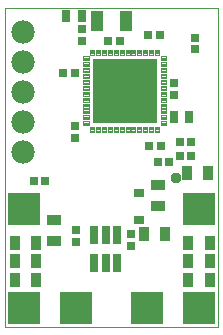
<source format=gbs>
G75*
%MOIN*%
%OFA0B0*%
%FSLAX25Y25*%
%IPPOS*%
%LPD*%
%AMOC8*
5,1,8,0,0,1.08239X$1,22.5*
%
%ADD10C,0.00000*%
%ADD11C,0.00443*%
%ADD12R,0.21654X0.21654*%
%ADD13R,0.02756X0.03150*%
%ADD14R,0.04331X0.07087*%
%ADD15R,0.03150X0.02756*%
%ADD16C,0.07794*%
%ADD17R,0.03150X0.03937*%
%ADD18R,0.11024X0.11024*%
%ADD19C,0.01575*%
%ADD20R,0.03543X0.05118*%
%ADD21R,0.05118X0.03543*%
%ADD22R,0.02717X0.06102*%
%ADD23R,0.03661X0.02874*%
%ADD24OC8,0.03543*%
D10*
X0029368Y0021236D02*
X0029368Y0127535D01*
X0100234Y0127535D01*
X0100234Y0021236D01*
X0029368Y0021236D01*
X0031375Y0023835D02*
X0031377Y0023883D01*
X0031383Y0023931D01*
X0031393Y0023978D01*
X0031406Y0024024D01*
X0031424Y0024069D01*
X0031444Y0024113D01*
X0031469Y0024155D01*
X0031497Y0024194D01*
X0031527Y0024231D01*
X0031561Y0024265D01*
X0031598Y0024297D01*
X0031636Y0024326D01*
X0031677Y0024351D01*
X0031720Y0024373D01*
X0031765Y0024391D01*
X0031811Y0024405D01*
X0031858Y0024416D01*
X0031906Y0024423D01*
X0031954Y0024426D01*
X0032002Y0024425D01*
X0032050Y0024420D01*
X0032098Y0024411D01*
X0032144Y0024399D01*
X0032189Y0024382D01*
X0032233Y0024362D01*
X0032275Y0024339D01*
X0032315Y0024312D01*
X0032353Y0024282D01*
X0032388Y0024249D01*
X0032420Y0024213D01*
X0032450Y0024175D01*
X0032476Y0024134D01*
X0032498Y0024091D01*
X0032518Y0024047D01*
X0032533Y0024002D01*
X0032545Y0023955D01*
X0032553Y0023907D01*
X0032557Y0023859D01*
X0032557Y0023811D01*
X0032553Y0023763D01*
X0032545Y0023715D01*
X0032533Y0023668D01*
X0032518Y0023623D01*
X0032498Y0023579D01*
X0032476Y0023536D01*
X0032450Y0023495D01*
X0032420Y0023457D01*
X0032388Y0023421D01*
X0032353Y0023388D01*
X0032315Y0023358D01*
X0032275Y0023331D01*
X0032233Y0023308D01*
X0032189Y0023288D01*
X0032144Y0023271D01*
X0032098Y0023259D01*
X0032050Y0023250D01*
X0032002Y0023245D01*
X0031954Y0023244D01*
X0031906Y0023247D01*
X0031858Y0023254D01*
X0031811Y0023265D01*
X0031765Y0023279D01*
X0031720Y0023297D01*
X0031677Y0023319D01*
X0031636Y0023344D01*
X0031598Y0023373D01*
X0031561Y0023405D01*
X0031527Y0023439D01*
X0031497Y0023476D01*
X0031469Y0023515D01*
X0031444Y0023557D01*
X0031424Y0023601D01*
X0031406Y0023646D01*
X0031393Y0023692D01*
X0031383Y0023739D01*
X0031377Y0023787D01*
X0031375Y0023835D01*
X0031375Y0031236D02*
X0031377Y0031284D01*
X0031383Y0031332D01*
X0031393Y0031379D01*
X0031406Y0031425D01*
X0031424Y0031470D01*
X0031444Y0031514D01*
X0031469Y0031556D01*
X0031497Y0031595D01*
X0031527Y0031632D01*
X0031561Y0031666D01*
X0031598Y0031698D01*
X0031636Y0031727D01*
X0031677Y0031752D01*
X0031720Y0031774D01*
X0031765Y0031792D01*
X0031811Y0031806D01*
X0031858Y0031817D01*
X0031906Y0031824D01*
X0031954Y0031827D01*
X0032002Y0031826D01*
X0032050Y0031821D01*
X0032098Y0031812D01*
X0032144Y0031800D01*
X0032189Y0031783D01*
X0032233Y0031763D01*
X0032275Y0031740D01*
X0032315Y0031713D01*
X0032353Y0031683D01*
X0032388Y0031650D01*
X0032420Y0031614D01*
X0032450Y0031576D01*
X0032476Y0031535D01*
X0032498Y0031492D01*
X0032518Y0031448D01*
X0032533Y0031403D01*
X0032545Y0031356D01*
X0032553Y0031308D01*
X0032557Y0031260D01*
X0032557Y0031212D01*
X0032553Y0031164D01*
X0032545Y0031116D01*
X0032533Y0031069D01*
X0032518Y0031024D01*
X0032498Y0030980D01*
X0032476Y0030937D01*
X0032450Y0030896D01*
X0032420Y0030858D01*
X0032388Y0030822D01*
X0032353Y0030789D01*
X0032315Y0030759D01*
X0032275Y0030732D01*
X0032233Y0030709D01*
X0032189Y0030689D01*
X0032144Y0030672D01*
X0032098Y0030660D01*
X0032050Y0030651D01*
X0032002Y0030646D01*
X0031954Y0030645D01*
X0031906Y0030648D01*
X0031858Y0030655D01*
X0031811Y0030666D01*
X0031765Y0030680D01*
X0031720Y0030698D01*
X0031677Y0030720D01*
X0031636Y0030745D01*
X0031598Y0030774D01*
X0031561Y0030806D01*
X0031527Y0030840D01*
X0031497Y0030877D01*
X0031469Y0030916D01*
X0031444Y0030958D01*
X0031424Y0031002D01*
X0031406Y0031047D01*
X0031393Y0031093D01*
X0031383Y0031140D01*
X0031377Y0031188D01*
X0031375Y0031236D01*
X0038777Y0031236D02*
X0038779Y0031284D01*
X0038785Y0031332D01*
X0038795Y0031379D01*
X0038808Y0031425D01*
X0038826Y0031470D01*
X0038846Y0031514D01*
X0038871Y0031556D01*
X0038899Y0031595D01*
X0038929Y0031632D01*
X0038963Y0031666D01*
X0039000Y0031698D01*
X0039038Y0031727D01*
X0039079Y0031752D01*
X0039122Y0031774D01*
X0039167Y0031792D01*
X0039213Y0031806D01*
X0039260Y0031817D01*
X0039308Y0031824D01*
X0039356Y0031827D01*
X0039404Y0031826D01*
X0039452Y0031821D01*
X0039500Y0031812D01*
X0039546Y0031800D01*
X0039591Y0031783D01*
X0039635Y0031763D01*
X0039677Y0031740D01*
X0039717Y0031713D01*
X0039755Y0031683D01*
X0039790Y0031650D01*
X0039822Y0031614D01*
X0039852Y0031576D01*
X0039878Y0031535D01*
X0039900Y0031492D01*
X0039920Y0031448D01*
X0039935Y0031403D01*
X0039947Y0031356D01*
X0039955Y0031308D01*
X0039959Y0031260D01*
X0039959Y0031212D01*
X0039955Y0031164D01*
X0039947Y0031116D01*
X0039935Y0031069D01*
X0039920Y0031024D01*
X0039900Y0030980D01*
X0039878Y0030937D01*
X0039852Y0030896D01*
X0039822Y0030858D01*
X0039790Y0030822D01*
X0039755Y0030789D01*
X0039717Y0030759D01*
X0039677Y0030732D01*
X0039635Y0030709D01*
X0039591Y0030689D01*
X0039546Y0030672D01*
X0039500Y0030660D01*
X0039452Y0030651D01*
X0039404Y0030646D01*
X0039356Y0030645D01*
X0039308Y0030648D01*
X0039260Y0030655D01*
X0039213Y0030666D01*
X0039167Y0030680D01*
X0039122Y0030698D01*
X0039079Y0030720D01*
X0039038Y0030745D01*
X0039000Y0030774D01*
X0038963Y0030806D01*
X0038929Y0030840D01*
X0038899Y0030877D01*
X0038871Y0030916D01*
X0038846Y0030958D01*
X0038826Y0031002D01*
X0038808Y0031047D01*
X0038795Y0031093D01*
X0038785Y0031140D01*
X0038779Y0031188D01*
X0038777Y0031236D01*
X0038777Y0023835D02*
X0038779Y0023883D01*
X0038785Y0023931D01*
X0038795Y0023978D01*
X0038808Y0024024D01*
X0038826Y0024069D01*
X0038846Y0024113D01*
X0038871Y0024155D01*
X0038899Y0024194D01*
X0038929Y0024231D01*
X0038963Y0024265D01*
X0039000Y0024297D01*
X0039038Y0024326D01*
X0039079Y0024351D01*
X0039122Y0024373D01*
X0039167Y0024391D01*
X0039213Y0024405D01*
X0039260Y0024416D01*
X0039308Y0024423D01*
X0039356Y0024426D01*
X0039404Y0024425D01*
X0039452Y0024420D01*
X0039500Y0024411D01*
X0039546Y0024399D01*
X0039591Y0024382D01*
X0039635Y0024362D01*
X0039677Y0024339D01*
X0039717Y0024312D01*
X0039755Y0024282D01*
X0039790Y0024249D01*
X0039822Y0024213D01*
X0039852Y0024175D01*
X0039878Y0024134D01*
X0039900Y0024091D01*
X0039920Y0024047D01*
X0039935Y0024002D01*
X0039947Y0023955D01*
X0039955Y0023907D01*
X0039959Y0023859D01*
X0039959Y0023811D01*
X0039955Y0023763D01*
X0039947Y0023715D01*
X0039935Y0023668D01*
X0039920Y0023623D01*
X0039900Y0023579D01*
X0039878Y0023536D01*
X0039852Y0023495D01*
X0039822Y0023457D01*
X0039790Y0023421D01*
X0039755Y0023388D01*
X0039717Y0023358D01*
X0039677Y0023331D01*
X0039635Y0023308D01*
X0039591Y0023288D01*
X0039546Y0023271D01*
X0039500Y0023259D01*
X0039452Y0023250D01*
X0039404Y0023245D01*
X0039356Y0023244D01*
X0039308Y0023247D01*
X0039260Y0023254D01*
X0039213Y0023265D01*
X0039167Y0023279D01*
X0039122Y0023297D01*
X0039079Y0023319D01*
X0039038Y0023344D01*
X0039000Y0023373D01*
X0038963Y0023405D01*
X0038929Y0023439D01*
X0038899Y0023476D01*
X0038871Y0023515D01*
X0038846Y0023557D01*
X0038826Y0023601D01*
X0038808Y0023646D01*
X0038795Y0023692D01*
X0038785Y0023739D01*
X0038779Y0023787D01*
X0038777Y0023835D01*
X0048698Y0023835D02*
X0048700Y0023883D01*
X0048706Y0023931D01*
X0048716Y0023978D01*
X0048729Y0024024D01*
X0048747Y0024069D01*
X0048767Y0024113D01*
X0048792Y0024155D01*
X0048820Y0024194D01*
X0048850Y0024231D01*
X0048884Y0024265D01*
X0048921Y0024297D01*
X0048959Y0024326D01*
X0049000Y0024351D01*
X0049043Y0024373D01*
X0049088Y0024391D01*
X0049134Y0024405D01*
X0049181Y0024416D01*
X0049229Y0024423D01*
X0049277Y0024426D01*
X0049325Y0024425D01*
X0049373Y0024420D01*
X0049421Y0024411D01*
X0049467Y0024399D01*
X0049512Y0024382D01*
X0049556Y0024362D01*
X0049598Y0024339D01*
X0049638Y0024312D01*
X0049676Y0024282D01*
X0049711Y0024249D01*
X0049743Y0024213D01*
X0049773Y0024175D01*
X0049799Y0024134D01*
X0049821Y0024091D01*
X0049841Y0024047D01*
X0049856Y0024002D01*
X0049868Y0023955D01*
X0049876Y0023907D01*
X0049880Y0023859D01*
X0049880Y0023811D01*
X0049876Y0023763D01*
X0049868Y0023715D01*
X0049856Y0023668D01*
X0049841Y0023623D01*
X0049821Y0023579D01*
X0049799Y0023536D01*
X0049773Y0023495D01*
X0049743Y0023457D01*
X0049711Y0023421D01*
X0049676Y0023388D01*
X0049638Y0023358D01*
X0049598Y0023331D01*
X0049556Y0023308D01*
X0049512Y0023288D01*
X0049467Y0023271D01*
X0049421Y0023259D01*
X0049373Y0023250D01*
X0049325Y0023245D01*
X0049277Y0023244D01*
X0049229Y0023247D01*
X0049181Y0023254D01*
X0049134Y0023265D01*
X0049088Y0023279D01*
X0049043Y0023297D01*
X0049000Y0023319D01*
X0048959Y0023344D01*
X0048921Y0023373D01*
X0048884Y0023405D01*
X0048850Y0023439D01*
X0048820Y0023476D01*
X0048792Y0023515D01*
X0048767Y0023557D01*
X0048747Y0023601D01*
X0048729Y0023646D01*
X0048716Y0023692D01*
X0048706Y0023739D01*
X0048700Y0023787D01*
X0048698Y0023835D01*
X0048698Y0031236D02*
X0048700Y0031284D01*
X0048706Y0031332D01*
X0048716Y0031379D01*
X0048729Y0031425D01*
X0048747Y0031470D01*
X0048767Y0031514D01*
X0048792Y0031556D01*
X0048820Y0031595D01*
X0048850Y0031632D01*
X0048884Y0031666D01*
X0048921Y0031698D01*
X0048959Y0031727D01*
X0049000Y0031752D01*
X0049043Y0031774D01*
X0049088Y0031792D01*
X0049134Y0031806D01*
X0049181Y0031817D01*
X0049229Y0031824D01*
X0049277Y0031827D01*
X0049325Y0031826D01*
X0049373Y0031821D01*
X0049421Y0031812D01*
X0049467Y0031800D01*
X0049512Y0031783D01*
X0049556Y0031763D01*
X0049598Y0031740D01*
X0049638Y0031713D01*
X0049676Y0031683D01*
X0049711Y0031650D01*
X0049743Y0031614D01*
X0049773Y0031576D01*
X0049799Y0031535D01*
X0049821Y0031492D01*
X0049841Y0031448D01*
X0049856Y0031403D01*
X0049868Y0031356D01*
X0049876Y0031308D01*
X0049880Y0031260D01*
X0049880Y0031212D01*
X0049876Y0031164D01*
X0049868Y0031116D01*
X0049856Y0031069D01*
X0049841Y0031024D01*
X0049821Y0030980D01*
X0049799Y0030937D01*
X0049773Y0030896D01*
X0049743Y0030858D01*
X0049711Y0030822D01*
X0049676Y0030789D01*
X0049638Y0030759D01*
X0049598Y0030732D01*
X0049556Y0030709D01*
X0049512Y0030689D01*
X0049467Y0030672D01*
X0049421Y0030660D01*
X0049373Y0030651D01*
X0049325Y0030646D01*
X0049277Y0030645D01*
X0049229Y0030648D01*
X0049181Y0030655D01*
X0049134Y0030666D01*
X0049088Y0030680D01*
X0049043Y0030698D01*
X0049000Y0030720D01*
X0048959Y0030745D01*
X0048921Y0030774D01*
X0048884Y0030806D01*
X0048850Y0030840D01*
X0048820Y0030877D01*
X0048792Y0030916D01*
X0048767Y0030958D01*
X0048747Y0031002D01*
X0048729Y0031047D01*
X0048716Y0031093D01*
X0048706Y0031140D01*
X0048700Y0031188D01*
X0048698Y0031236D01*
X0056100Y0031236D02*
X0056102Y0031284D01*
X0056108Y0031332D01*
X0056118Y0031379D01*
X0056131Y0031425D01*
X0056149Y0031470D01*
X0056169Y0031514D01*
X0056194Y0031556D01*
X0056222Y0031595D01*
X0056252Y0031632D01*
X0056286Y0031666D01*
X0056323Y0031698D01*
X0056361Y0031727D01*
X0056402Y0031752D01*
X0056445Y0031774D01*
X0056490Y0031792D01*
X0056536Y0031806D01*
X0056583Y0031817D01*
X0056631Y0031824D01*
X0056679Y0031827D01*
X0056727Y0031826D01*
X0056775Y0031821D01*
X0056823Y0031812D01*
X0056869Y0031800D01*
X0056914Y0031783D01*
X0056958Y0031763D01*
X0057000Y0031740D01*
X0057040Y0031713D01*
X0057078Y0031683D01*
X0057113Y0031650D01*
X0057145Y0031614D01*
X0057175Y0031576D01*
X0057201Y0031535D01*
X0057223Y0031492D01*
X0057243Y0031448D01*
X0057258Y0031403D01*
X0057270Y0031356D01*
X0057278Y0031308D01*
X0057282Y0031260D01*
X0057282Y0031212D01*
X0057278Y0031164D01*
X0057270Y0031116D01*
X0057258Y0031069D01*
X0057243Y0031024D01*
X0057223Y0030980D01*
X0057201Y0030937D01*
X0057175Y0030896D01*
X0057145Y0030858D01*
X0057113Y0030822D01*
X0057078Y0030789D01*
X0057040Y0030759D01*
X0057000Y0030732D01*
X0056958Y0030709D01*
X0056914Y0030689D01*
X0056869Y0030672D01*
X0056823Y0030660D01*
X0056775Y0030651D01*
X0056727Y0030646D01*
X0056679Y0030645D01*
X0056631Y0030648D01*
X0056583Y0030655D01*
X0056536Y0030666D01*
X0056490Y0030680D01*
X0056445Y0030698D01*
X0056402Y0030720D01*
X0056361Y0030745D01*
X0056323Y0030774D01*
X0056286Y0030806D01*
X0056252Y0030840D01*
X0056222Y0030877D01*
X0056194Y0030916D01*
X0056169Y0030958D01*
X0056149Y0031002D01*
X0056131Y0031047D01*
X0056118Y0031093D01*
X0056108Y0031140D01*
X0056102Y0031188D01*
X0056100Y0031236D01*
X0056100Y0023835D02*
X0056102Y0023883D01*
X0056108Y0023931D01*
X0056118Y0023978D01*
X0056131Y0024024D01*
X0056149Y0024069D01*
X0056169Y0024113D01*
X0056194Y0024155D01*
X0056222Y0024194D01*
X0056252Y0024231D01*
X0056286Y0024265D01*
X0056323Y0024297D01*
X0056361Y0024326D01*
X0056402Y0024351D01*
X0056445Y0024373D01*
X0056490Y0024391D01*
X0056536Y0024405D01*
X0056583Y0024416D01*
X0056631Y0024423D01*
X0056679Y0024426D01*
X0056727Y0024425D01*
X0056775Y0024420D01*
X0056823Y0024411D01*
X0056869Y0024399D01*
X0056914Y0024382D01*
X0056958Y0024362D01*
X0057000Y0024339D01*
X0057040Y0024312D01*
X0057078Y0024282D01*
X0057113Y0024249D01*
X0057145Y0024213D01*
X0057175Y0024175D01*
X0057201Y0024134D01*
X0057223Y0024091D01*
X0057243Y0024047D01*
X0057258Y0024002D01*
X0057270Y0023955D01*
X0057278Y0023907D01*
X0057282Y0023859D01*
X0057282Y0023811D01*
X0057278Y0023763D01*
X0057270Y0023715D01*
X0057258Y0023668D01*
X0057243Y0023623D01*
X0057223Y0023579D01*
X0057201Y0023536D01*
X0057175Y0023495D01*
X0057145Y0023457D01*
X0057113Y0023421D01*
X0057078Y0023388D01*
X0057040Y0023358D01*
X0057000Y0023331D01*
X0056958Y0023308D01*
X0056914Y0023288D01*
X0056869Y0023271D01*
X0056823Y0023259D01*
X0056775Y0023250D01*
X0056727Y0023245D01*
X0056679Y0023244D01*
X0056631Y0023247D01*
X0056583Y0023254D01*
X0056536Y0023265D01*
X0056490Y0023279D01*
X0056445Y0023297D01*
X0056402Y0023319D01*
X0056361Y0023344D01*
X0056323Y0023373D01*
X0056286Y0023405D01*
X0056252Y0023439D01*
X0056222Y0023476D01*
X0056194Y0023515D01*
X0056169Y0023557D01*
X0056149Y0023601D01*
X0056131Y0023646D01*
X0056118Y0023692D01*
X0056108Y0023739D01*
X0056102Y0023787D01*
X0056100Y0023835D01*
X0072320Y0023835D02*
X0072322Y0023883D01*
X0072328Y0023931D01*
X0072338Y0023978D01*
X0072351Y0024024D01*
X0072369Y0024069D01*
X0072389Y0024113D01*
X0072414Y0024155D01*
X0072442Y0024194D01*
X0072472Y0024231D01*
X0072506Y0024265D01*
X0072543Y0024297D01*
X0072581Y0024326D01*
X0072622Y0024351D01*
X0072665Y0024373D01*
X0072710Y0024391D01*
X0072756Y0024405D01*
X0072803Y0024416D01*
X0072851Y0024423D01*
X0072899Y0024426D01*
X0072947Y0024425D01*
X0072995Y0024420D01*
X0073043Y0024411D01*
X0073089Y0024399D01*
X0073134Y0024382D01*
X0073178Y0024362D01*
X0073220Y0024339D01*
X0073260Y0024312D01*
X0073298Y0024282D01*
X0073333Y0024249D01*
X0073365Y0024213D01*
X0073395Y0024175D01*
X0073421Y0024134D01*
X0073443Y0024091D01*
X0073463Y0024047D01*
X0073478Y0024002D01*
X0073490Y0023955D01*
X0073498Y0023907D01*
X0073502Y0023859D01*
X0073502Y0023811D01*
X0073498Y0023763D01*
X0073490Y0023715D01*
X0073478Y0023668D01*
X0073463Y0023623D01*
X0073443Y0023579D01*
X0073421Y0023536D01*
X0073395Y0023495D01*
X0073365Y0023457D01*
X0073333Y0023421D01*
X0073298Y0023388D01*
X0073260Y0023358D01*
X0073220Y0023331D01*
X0073178Y0023308D01*
X0073134Y0023288D01*
X0073089Y0023271D01*
X0073043Y0023259D01*
X0072995Y0023250D01*
X0072947Y0023245D01*
X0072899Y0023244D01*
X0072851Y0023247D01*
X0072803Y0023254D01*
X0072756Y0023265D01*
X0072710Y0023279D01*
X0072665Y0023297D01*
X0072622Y0023319D01*
X0072581Y0023344D01*
X0072543Y0023373D01*
X0072506Y0023405D01*
X0072472Y0023439D01*
X0072442Y0023476D01*
X0072414Y0023515D01*
X0072389Y0023557D01*
X0072369Y0023601D01*
X0072351Y0023646D01*
X0072338Y0023692D01*
X0072328Y0023739D01*
X0072322Y0023787D01*
X0072320Y0023835D01*
X0072320Y0031236D02*
X0072322Y0031284D01*
X0072328Y0031332D01*
X0072338Y0031379D01*
X0072351Y0031425D01*
X0072369Y0031470D01*
X0072389Y0031514D01*
X0072414Y0031556D01*
X0072442Y0031595D01*
X0072472Y0031632D01*
X0072506Y0031666D01*
X0072543Y0031698D01*
X0072581Y0031727D01*
X0072622Y0031752D01*
X0072665Y0031774D01*
X0072710Y0031792D01*
X0072756Y0031806D01*
X0072803Y0031817D01*
X0072851Y0031824D01*
X0072899Y0031827D01*
X0072947Y0031826D01*
X0072995Y0031821D01*
X0073043Y0031812D01*
X0073089Y0031800D01*
X0073134Y0031783D01*
X0073178Y0031763D01*
X0073220Y0031740D01*
X0073260Y0031713D01*
X0073298Y0031683D01*
X0073333Y0031650D01*
X0073365Y0031614D01*
X0073395Y0031576D01*
X0073421Y0031535D01*
X0073443Y0031492D01*
X0073463Y0031448D01*
X0073478Y0031403D01*
X0073490Y0031356D01*
X0073498Y0031308D01*
X0073502Y0031260D01*
X0073502Y0031212D01*
X0073498Y0031164D01*
X0073490Y0031116D01*
X0073478Y0031069D01*
X0073463Y0031024D01*
X0073443Y0030980D01*
X0073421Y0030937D01*
X0073395Y0030896D01*
X0073365Y0030858D01*
X0073333Y0030822D01*
X0073298Y0030789D01*
X0073260Y0030759D01*
X0073220Y0030732D01*
X0073178Y0030709D01*
X0073134Y0030689D01*
X0073089Y0030672D01*
X0073043Y0030660D01*
X0072995Y0030651D01*
X0072947Y0030646D01*
X0072899Y0030645D01*
X0072851Y0030648D01*
X0072803Y0030655D01*
X0072756Y0030666D01*
X0072710Y0030680D01*
X0072665Y0030698D01*
X0072622Y0030720D01*
X0072581Y0030745D01*
X0072543Y0030774D01*
X0072506Y0030806D01*
X0072472Y0030840D01*
X0072442Y0030877D01*
X0072414Y0030916D01*
X0072389Y0030958D01*
X0072369Y0031002D01*
X0072351Y0031047D01*
X0072338Y0031093D01*
X0072328Y0031140D01*
X0072322Y0031188D01*
X0072320Y0031236D01*
X0079722Y0031236D02*
X0079724Y0031284D01*
X0079730Y0031332D01*
X0079740Y0031379D01*
X0079753Y0031425D01*
X0079771Y0031470D01*
X0079791Y0031514D01*
X0079816Y0031556D01*
X0079844Y0031595D01*
X0079874Y0031632D01*
X0079908Y0031666D01*
X0079945Y0031698D01*
X0079983Y0031727D01*
X0080024Y0031752D01*
X0080067Y0031774D01*
X0080112Y0031792D01*
X0080158Y0031806D01*
X0080205Y0031817D01*
X0080253Y0031824D01*
X0080301Y0031827D01*
X0080349Y0031826D01*
X0080397Y0031821D01*
X0080445Y0031812D01*
X0080491Y0031800D01*
X0080536Y0031783D01*
X0080580Y0031763D01*
X0080622Y0031740D01*
X0080662Y0031713D01*
X0080700Y0031683D01*
X0080735Y0031650D01*
X0080767Y0031614D01*
X0080797Y0031576D01*
X0080823Y0031535D01*
X0080845Y0031492D01*
X0080865Y0031448D01*
X0080880Y0031403D01*
X0080892Y0031356D01*
X0080900Y0031308D01*
X0080904Y0031260D01*
X0080904Y0031212D01*
X0080900Y0031164D01*
X0080892Y0031116D01*
X0080880Y0031069D01*
X0080865Y0031024D01*
X0080845Y0030980D01*
X0080823Y0030937D01*
X0080797Y0030896D01*
X0080767Y0030858D01*
X0080735Y0030822D01*
X0080700Y0030789D01*
X0080662Y0030759D01*
X0080622Y0030732D01*
X0080580Y0030709D01*
X0080536Y0030689D01*
X0080491Y0030672D01*
X0080445Y0030660D01*
X0080397Y0030651D01*
X0080349Y0030646D01*
X0080301Y0030645D01*
X0080253Y0030648D01*
X0080205Y0030655D01*
X0080158Y0030666D01*
X0080112Y0030680D01*
X0080067Y0030698D01*
X0080024Y0030720D01*
X0079983Y0030745D01*
X0079945Y0030774D01*
X0079908Y0030806D01*
X0079874Y0030840D01*
X0079844Y0030877D01*
X0079816Y0030916D01*
X0079791Y0030958D01*
X0079771Y0031002D01*
X0079753Y0031047D01*
X0079740Y0031093D01*
X0079730Y0031140D01*
X0079724Y0031188D01*
X0079722Y0031236D01*
X0079722Y0023835D02*
X0079724Y0023883D01*
X0079730Y0023931D01*
X0079740Y0023978D01*
X0079753Y0024024D01*
X0079771Y0024069D01*
X0079791Y0024113D01*
X0079816Y0024155D01*
X0079844Y0024194D01*
X0079874Y0024231D01*
X0079908Y0024265D01*
X0079945Y0024297D01*
X0079983Y0024326D01*
X0080024Y0024351D01*
X0080067Y0024373D01*
X0080112Y0024391D01*
X0080158Y0024405D01*
X0080205Y0024416D01*
X0080253Y0024423D01*
X0080301Y0024426D01*
X0080349Y0024425D01*
X0080397Y0024420D01*
X0080445Y0024411D01*
X0080491Y0024399D01*
X0080536Y0024382D01*
X0080580Y0024362D01*
X0080622Y0024339D01*
X0080662Y0024312D01*
X0080700Y0024282D01*
X0080735Y0024249D01*
X0080767Y0024213D01*
X0080797Y0024175D01*
X0080823Y0024134D01*
X0080845Y0024091D01*
X0080865Y0024047D01*
X0080880Y0024002D01*
X0080892Y0023955D01*
X0080900Y0023907D01*
X0080904Y0023859D01*
X0080904Y0023811D01*
X0080900Y0023763D01*
X0080892Y0023715D01*
X0080880Y0023668D01*
X0080865Y0023623D01*
X0080845Y0023579D01*
X0080823Y0023536D01*
X0080797Y0023495D01*
X0080767Y0023457D01*
X0080735Y0023421D01*
X0080700Y0023388D01*
X0080662Y0023358D01*
X0080622Y0023331D01*
X0080580Y0023308D01*
X0080536Y0023288D01*
X0080491Y0023271D01*
X0080445Y0023259D01*
X0080397Y0023250D01*
X0080349Y0023245D01*
X0080301Y0023244D01*
X0080253Y0023247D01*
X0080205Y0023254D01*
X0080158Y0023265D01*
X0080112Y0023279D01*
X0080067Y0023297D01*
X0080024Y0023319D01*
X0079983Y0023344D01*
X0079945Y0023373D01*
X0079908Y0023405D01*
X0079874Y0023439D01*
X0079844Y0023476D01*
X0079816Y0023515D01*
X0079791Y0023557D01*
X0079771Y0023601D01*
X0079753Y0023646D01*
X0079740Y0023692D01*
X0079730Y0023739D01*
X0079724Y0023787D01*
X0079722Y0023835D01*
X0089643Y0023835D02*
X0089645Y0023883D01*
X0089651Y0023931D01*
X0089661Y0023978D01*
X0089674Y0024024D01*
X0089692Y0024069D01*
X0089712Y0024113D01*
X0089737Y0024155D01*
X0089765Y0024194D01*
X0089795Y0024231D01*
X0089829Y0024265D01*
X0089866Y0024297D01*
X0089904Y0024326D01*
X0089945Y0024351D01*
X0089988Y0024373D01*
X0090033Y0024391D01*
X0090079Y0024405D01*
X0090126Y0024416D01*
X0090174Y0024423D01*
X0090222Y0024426D01*
X0090270Y0024425D01*
X0090318Y0024420D01*
X0090366Y0024411D01*
X0090412Y0024399D01*
X0090457Y0024382D01*
X0090501Y0024362D01*
X0090543Y0024339D01*
X0090583Y0024312D01*
X0090621Y0024282D01*
X0090656Y0024249D01*
X0090688Y0024213D01*
X0090718Y0024175D01*
X0090744Y0024134D01*
X0090766Y0024091D01*
X0090786Y0024047D01*
X0090801Y0024002D01*
X0090813Y0023955D01*
X0090821Y0023907D01*
X0090825Y0023859D01*
X0090825Y0023811D01*
X0090821Y0023763D01*
X0090813Y0023715D01*
X0090801Y0023668D01*
X0090786Y0023623D01*
X0090766Y0023579D01*
X0090744Y0023536D01*
X0090718Y0023495D01*
X0090688Y0023457D01*
X0090656Y0023421D01*
X0090621Y0023388D01*
X0090583Y0023358D01*
X0090543Y0023331D01*
X0090501Y0023308D01*
X0090457Y0023288D01*
X0090412Y0023271D01*
X0090366Y0023259D01*
X0090318Y0023250D01*
X0090270Y0023245D01*
X0090222Y0023244D01*
X0090174Y0023247D01*
X0090126Y0023254D01*
X0090079Y0023265D01*
X0090033Y0023279D01*
X0089988Y0023297D01*
X0089945Y0023319D01*
X0089904Y0023344D01*
X0089866Y0023373D01*
X0089829Y0023405D01*
X0089795Y0023439D01*
X0089765Y0023476D01*
X0089737Y0023515D01*
X0089712Y0023557D01*
X0089692Y0023601D01*
X0089674Y0023646D01*
X0089661Y0023692D01*
X0089651Y0023739D01*
X0089645Y0023787D01*
X0089643Y0023835D01*
X0089643Y0031236D02*
X0089645Y0031284D01*
X0089651Y0031332D01*
X0089661Y0031379D01*
X0089674Y0031425D01*
X0089692Y0031470D01*
X0089712Y0031514D01*
X0089737Y0031556D01*
X0089765Y0031595D01*
X0089795Y0031632D01*
X0089829Y0031666D01*
X0089866Y0031698D01*
X0089904Y0031727D01*
X0089945Y0031752D01*
X0089988Y0031774D01*
X0090033Y0031792D01*
X0090079Y0031806D01*
X0090126Y0031817D01*
X0090174Y0031824D01*
X0090222Y0031827D01*
X0090270Y0031826D01*
X0090318Y0031821D01*
X0090366Y0031812D01*
X0090412Y0031800D01*
X0090457Y0031783D01*
X0090501Y0031763D01*
X0090543Y0031740D01*
X0090583Y0031713D01*
X0090621Y0031683D01*
X0090656Y0031650D01*
X0090688Y0031614D01*
X0090718Y0031576D01*
X0090744Y0031535D01*
X0090766Y0031492D01*
X0090786Y0031448D01*
X0090801Y0031403D01*
X0090813Y0031356D01*
X0090821Y0031308D01*
X0090825Y0031260D01*
X0090825Y0031212D01*
X0090821Y0031164D01*
X0090813Y0031116D01*
X0090801Y0031069D01*
X0090786Y0031024D01*
X0090766Y0030980D01*
X0090744Y0030937D01*
X0090718Y0030896D01*
X0090688Y0030858D01*
X0090656Y0030822D01*
X0090621Y0030789D01*
X0090583Y0030759D01*
X0090543Y0030732D01*
X0090501Y0030709D01*
X0090457Y0030689D01*
X0090412Y0030672D01*
X0090366Y0030660D01*
X0090318Y0030651D01*
X0090270Y0030646D01*
X0090222Y0030645D01*
X0090174Y0030648D01*
X0090126Y0030655D01*
X0090079Y0030666D01*
X0090033Y0030680D01*
X0089988Y0030698D01*
X0089945Y0030720D01*
X0089904Y0030745D01*
X0089866Y0030774D01*
X0089829Y0030806D01*
X0089795Y0030840D01*
X0089765Y0030877D01*
X0089737Y0030916D01*
X0089712Y0030958D01*
X0089692Y0031002D01*
X0089674Y0031047D01*
X0089661Y0031093D01*
X0089651Y0031140D01*
X0089645Y0031188D01*
X0089643Y0031236D01*
X0097044Y0031236D02*
X0097046Y0031284D01*
X0097052Y0031332D01*
X0097062Y0031379D01*
X0097075Y0031425D01*
X0097093Y0031470D01*
X0097113Y0031514D01*
X0097138Y0031556D01*
X0097166Y0031595D01*
X0097196Y0031632D01*
X0097230Y0031666D01*
X0097267Y0031698D01*
X0097305Y0031727D01*
X0097346Y0031752D01*
X0097389Y0031774D01*
X0097434Y0031792D01*
X0097480Y0031806D01*
X0097527Y0031817D01*
X0097575Y0031824D01*
X0097623Y0031827D01*
X0097671Y0031826D01*
X0097719Y0031821D01*
X0097767Y0031812D01*
X0097813Y0031800D01*
X0097858Y0031783D01*
X0097902Y0031763D01*
X0097944Y0031740D01*
X0097984Y0031713D01*
X0098022Y0031683D01*
X0098057Y0031650D01*
X0098089Y0031614D01*
X0098119Y0031576D01*
X0098145Y0031535D01*
X0098167Y0031492D01*
X0098187Y0031448D01*
X0098202Y0031403D01*
X0098214Y0031356D01*
X0098222Y0031308D01*
X0098226Y0031260D01*
X0098226Y0031212D01*
X0098222Y0031164D01*
X0098214Y0031116D01*
X0098202Y0031069D01*
X0098187Y0031024D01*
X0098167Y0030980D01*
X0098145Y0030937D01*
X0098119Y0030896D01*
X0098089Y0030858D01*
X0098057Y0030822D01*
X0098022Y0030789D01*
X0097984Y0030759D01*
X0097944Y0030732D01*
X0097902Y0030709D01*
X0097858Y0030689D01*
X0097813Y0030672D01*
X0097767Y0030660D01*
X0097719Y0030651D01*
X0097671Y0030646D01*
X0097623Y0030645D01*
X0097575Y0030648D01*
X0097527Y0030655D01*
X0097480Y0030666D01*
X0097434Y0030680D01*
X0097389Y0030698D01*
X0097346Y0030720D01*
X0097305Y0030745D01*
X0097267Y0030774D01*
X0097230Y0030806D01*
X0097196Y0030840D01*
X0097166Y0030877D01*
X0097138Y0030916D01*
X0097113Y0030958D01*
X0097093Y0031002D01*
X0097075Y0031047D01*
X0097062Y0031093D01*
X0097052Y0031140D01*
X0097046Y0031188D01*
X0097044Y0031236D01*
X0097044Y0023835D02*
X0097046Y0023883D01*
X0097052Y0023931D01*
X0097062Y0023978D01*
X0097075Y0024024D01*
X0097093Y0024069D01*
X0097113Y0024113D01*
X0097138Y0024155D01*
X0097166Y0024194D01*
X0097196Y0024231D01*
X0097230Y0024265D01*
X0097267Y0024297D01*
X0097305Y0024326D01*
X0097346Y0024351D01*
X0097389Y0024373D01*
X0097434Y0024391D01*
X0097480Y0024405D01*
X0097527Y0024416D01*
X0097575Y0024423D01*
X0097623Y0024426D01*
X0097671Y0024425D01*
X0097719Y0024420D01*
X0097767Y0024411D01*
X0097813Y0024399D01*
X0097858Y0024382D01*
X0097902Y0024362D01*
X0097944Y0024339D01*
X0097984Y0024312D01*
X0098022Y0024282D01*
X0098057Y0024249D01*
X0098089Y0024213D01*
X0098119Y0024175D01*
X0098145Y0024134D01*
X0098167Y0024091D01*
X0098187Y0024047D01*
X0098202Y0024002D01*
X0098214Y0023955D01*
X0098222Y0023907D01*
X0098226Y0023859D01*
X0098226Y0023811D01*
X0098222Y0023763D01*
X0098214Y0023715D01*
X0098202Y0023668D01*
X0098187Y0023623D01*
X0098167Y0023579D01*
X0098145Y0023536D01*
X0098119Y0023495D01*
X0098089Y0023457D01*
X0098057Y0023421D01*
X0098022Y0023388D01*
X0097984Y0023358D01*
X0097944Y0023331D01*
X0097902Y0023308D01*
X0097858Y0023288D01*
X0097813Y0023271D01*
X0097767Y0023259D01*
X0097719Y0023250D01*
X0097671Y0023245D01*
X0097623Y0023244D01*
X0097575Y0023247D01*
X0097527Y0023254D01*
X0097480Y0023265D01*
X0097434Y0023279D01*
X0097389Y0023297D01*
X0097346Y0023319D01*
X0097305Y0023344D01*
X0097267Y0023373D01*
X0097230Y0023405D01*
X0097196Y0023439D01*
X0097166Y0023476D01*
X0097138Y0023515D01*
X0097113Y0023557D01*
X0097093Y0023601D01*
X0097075Y0023646D01*
X0097062Y0023692D01*
X0097052Y0023739D01*
X0097046Y0023787D01*
X0097044Y0023835D01*
X0097044Y0056906D02*
X0097046Y0056954D01*
X0097052Y0057002D01*
X0097062Y0057049D01*
X0097075Y0057095D01*
X0097093Y0057140D01*
X0097113Y0057184D01*
X0097138Y0057226D01*
X0097166Y0057265D01*
X0097196Y0057302D01*
X0097230Y0057336D01*
X0097267Y0057368D01*
X0097305Y0057397D01*
X0097346Y0057422D01*
X0097389Y0057444D01*
X0097434Y0057462D01*
X0097480Y0057476D01*
X0097527Y0057487D01*
X0097575Y0057494D01*
X0097623Y0057497D01*
X0097671Y0057496D01*
X0097719Y0057491D01*
X0097767Y0057482D01*
X0097813Y0057470D01*
X0097858Y0057453D01*
X0097902Y0057433D01*
X0097944Y0057410D01*
X0097984Y0057383D01*
X0098022Y0057353D01*
X0098057Y0057320D01*
X0098089Y0057284D01*
X0098119Y0057246D01*
X0098145Y0057205D01*
X0098167Y0057162D01*
X0098187Y0057118D01*
X0098202Y0057073D01*
X0098214Y0057026D01*
X0098222Y0056978D01*
X0098226Y0056930D01*
X0098226Y0056882D01*
X0098222Y0056834D01*
X0098214Y0056786D01*
X0098202Y0056739D01*
X0098187Y0056694D01*
X0098167Y0056650D01*
X0098145Y0056607D01*
X0098119Y0056566D01*
X0098089Y0056528D01*
X0098057Y0056492D01*
X0098022Y0056459D01*
X0097984Y0056429D01*
X0097944Y0056402D01*
X0097902Y0056379D01*
X0097858Y0056359D01*
X0097813Y0056342D01*
X0097767Y0056330D01*
X0097719Y0056321D01*
X0097671Y0056316D01*
X0097623Y0056315D01*
X0097575Y0056318D01*
X0097527Y0056325D01*
X0097480Y0056336D01*
X0097434Y0056350D01*
X0097389Y0056368D01*
X0097346Y0056390D01*
X0097305Y0056415D01*
X0097267Y0056444D01*
X0097230Y0056476D01*
X0097196Y0056510D01*
X0097166Y0056547D01*
X0097138Y0056586D01*
X0097113Y0056628D01*
X0097093Y0056672D01*
X0097075Y0056717D01*
X0097062Y0056763D01*
X0097052Y0056810D01*
X0097046Y0056858D01*
X0097044Y0056906D01*
X0097044Y0064307D02*
X0097046Y0064355D01*
X0097052Y0064403D01*
X0097062Y0064450D01*
X0097075Y0064496D01*
X0097093Y0064541D01*
X0097113Y0064585D01*
X0097138Y0064627D01*
X0097166Y0064666D01*
X0097196Y0064703D01*
X0097230Y0064737D01*
X0097267Y0064769D01*
X0097305Y0064798D01*
X0097346Y0064823D01*
X0097389Y0064845D01*
X0097434Y0064863D01*
X0097480Y0064877D01*
X0097527Y0064888D01*
X0097575Y0064895D01*
X0097623Y0064898D01*
X0097671Y0064897D01*
X0097719Y0064892D01*
X0097767Y0064883D01*
X0097813Y0064871D01*
X0097858Y0064854D01*
X0097902Y0064834D01*
X0097944Y0064811D01*
X0097984Y0064784D01*
X0098022Y0064754D01*
X0098057Y0064721D01*
X0098089Y0064685D01*
X0098119Y0064647D01*
X0098145Y0064606D01*
X0098167Y0064563D01*
X0098187Y0064519D01*
X0098202Y0064474D01*
X0098214Y0064427D01*
X0098222Y0064379D01*
X0098226Y0064331D01*
X0098226Y0064283D01*
X0098222Y0064235D01*
X0098214Y0064187D01*
X0098202Y0064140D01*
X0098187Y0064095D01*
X0098167Y0064051D01*
X0098145Y0064008D01*
X0098119Y0063967D01*
X0098089Y0063929D01*
X0098057Y0063893D01*
X0098022Y0063860D01*
X0097984Y0063830D01*
X0097944Y0063803D01*
X0097902Y0063780D01*
X0097858Y0063760D01*
X0097813Y0063743D01*
X0097767Y0063731D01*
X0097719Y0063722D01*
X0097671Y0063717D01*
X0097623Y0063716D01*
X0097575Y0063719D01*
X0097527Y0063726D01*
X0097480Y0063737D01*
X0097434Y0063751D01*
X0097389Y0063769D01*
X0097346Y0063791D01*
X0097305Y0063816D01*
X0097267Y0063845D01*
X0097230Y0063877D01*
X0097196Y0063911D01*
X0097166Y0063948D01*
X0097138Y0063987D01*
X0097113Y0064029D01*
X0097093Y0064073D01*
X0097075Y0064118D01*
X0097062Y0064164D01*
X0097052Y0064211D01*
X0097046Y0064259D01*
X0097044Y0064307D01*
X0089643Y0064307D02*
X0089645Y0064355D01*
X0089651Y0064403D01*
X0089661Y0064450D01*
X0089674Y0064496D01*
X0089692Y0064541D01*
X0089712Y0064585D01*
X0089737Y0064627D01*
X0089765Y0064666D01*
X0089795Y0064703D01*
X0089829Y0064737D01*
X0089866Y0064769D01*
X0089904Y0064798D01*
X0089945Y0064823D01*
X0089988Y0064845D01*
X0090033Y0064863D01*
X0090079Y0064877D01*
X0090126Y0064888D01*
X0090174Y0064895D01*
X0090222Y0064898D01*
X0090270Y0064897D01*
X0090318Y0064892D01*
X0090366Y0064883D01*
X0090412Y0064871D01*
X0090457Y0064854D01*
X0090501Y0064834D01*
X0090543Y0064811D01*
X0090583Y0064784D01*
X0090621Y0064754D01*
X0090656Y0064721D01*
X0090688Y0064685D01*
X0090718Y0064647D01*
X0090744Y0064606D01*
X0090766Y0064563D01*
X0090786Y0064519D01*
X0090801Y0064474D01*
X0090813Y0064427D01*
X0090821Y0064379D01*
X0090825Y0064331D01*
X0090825Y0064283D01*
X0090821Y0064235D01*
X0090813Y0064187D01*
X0090801Y0064140D01*
X0090786Y0064095D01*
X0090766Y0064051D01*
X0090744Y0064008D01*
X0090718Y0063967D01*
X0090688Y0063929D01*
X0090656Y0063893D01*
X0090621Y0063860D01*
X0090583Y0063830D01*
X0090543Y0063803D01*
X0090501Y0063780D01*
X0090457Y0063760D01*
X0090412Y0063743D01*
X0090366Y0063731D01*
X0090318Y0063722D01*
X0090270Y0063717D01*
X0090222Y0063716D01*
X0090174Y0063719D01*
X0090126Y0063726D01*
X0090079Y0063737D01*
X0090033Y0063751D01*
X0089988Y0063769D01*
X0089945Y0063791D01*
X0089904Y0063816D01*
X0089866Y0063845D01*
X0089829Y0063877D01*
X0089795Y0063911D01*
X0089765Y0063948D01*
X0089737Y0063987D01*
X0089712Y0064029D01*
X0089692Y0064073D01*
X0089674Y0064118D01*
X0089661Y0064164D01*
X0089651Y0064211D01*
X0089645Y0064259D01*
X0089643Y0064307D01*
X0089643Y0056906D02*
X0089645Y0056954D01*
X0089651Y0057002D01*
X0089661Y0057049D01*
X0089674Y0057095D01*
X0089692Y0057140D01*
X0089712Y0057184D01*
X0089737Y0057226D01*
X0089765Y0057265D01*
X0089795Y0057302D01*
X0089829Y0057336D01*
X0089866Y0057368D01*
X0089904Y0057397D01*
X0089945Y0057422D01*
X0089988Y0057444D01*
X0090033Y0057462D01*
X0090079Y0057476D01*
X0090126Y0057487D01*
X0090174Y0057494D01*
X0090222Y0057497D01*
X0090270Y0057496D01*
X0090318Y0057491D01*
X0090366Y0057482D01*
X0090412Y0057470D01*
X0090457Y0057453D01*
X0090501Y0057433D01*
X0090543Y0057410D01*
X0090583Y0057383D01*
X0090621Y0057353D01*
X0090656Y0057320D01*
X0090688Y0057284D01*
X0090718Y0057246D01*
X0090744Y0057205D01*
X0090766Y0057162D01*
X0090786Y0057118D01*
X0090801Y0057073D01*
X0090813Y0057026D01*
X0090821Y0056978D01*
X0090825Y0056930D01*
X0090825Y0056882D01*
X0090821Y0056834D01*
X0090813Y0056786D01*
X0090801Y0056739D01*
X0090786Y0056694D01*
X0090766Y0056650D01*
X0090744Y0056607D01*
X0090718Y0056566D01*
X0090688Y0056528D01*
X0090656Y0056492D01*
X0090621Y0056459D01*
X0090583Y0056429D01*
X0090543Y0056402D01*
X0090501Y0056379D01*
X0090457Y0056359D01*
X0090412Y0056342D01*
X0090366Y0056330D01*
X0090318Y0056321D01*
X0090270Y0056316D01*
X0090222Y0056315D01*
X0090174Y0056318D01*
X0090126Y0056325D01*
X0090079Y0056336D01*
X0090033Y0056350D01*
X0089988Y0056368D01*
X0089945Y0056390D01*
X0089904Y0056415D01*
X0089866Y0056444D01*
X0089829Y0056476D01*
X0089795Y0056510D01*
X0089765Y0056547D01*
X0089737Y0056586D01*
X0089712Y0056628D01*
X0089692Y0056672D01*
X0089674Y0056717D01*
X0089661Y0056763D01*
X0089651Y0056810D01*
X0089645Y0056858D01*
X0089643Y0056906D01*
X0038777Y0056906D02*
X0038779Y0056954D01*
X0038785Y0057002D01*
X0038795Y0057049D01*
X0038808Y0057095D01*
X0038826Y0057140D01*
X0038846Y0057184D01*
X0038871Y0057226D01*
X0038899Y0057265D01*
X0038929Y0057302D01*
X0038963Y0057336D01*
X0039000Y0057368D01*
X0039038Y0057397D01*
X0039079Y0057422D01*
X0039122Y0057444D01*
X0039167Y0057462D01*
X0039213Y0057476D01*
X0039260Y0057487D01*
X0039308Y0057494D01*
X0039356Y0057497D01*
X0039404Y0057496D01*
X0039452Y0057491D01*
X0039500Y0057482D01*
X0039546Y0057470D01*
X0039591Y0057453D01*
X0039635Y0057433D01*
X0039677Y0057410D01*
X0039717Y0057383D01*
X0039755Y0057353D01*
X0039790Y0057320D01*
X0039822Y0057284D01*
X0039852Y0057246D01*
X0039878Y0057205D01*
X0039900Y0057162D01*
X0039920Y0057118D01*
X0039935Y0057073D01*
X0039947Y0057026D01*
X0039955Y0056978D01*
X0039959Y0056930D01*
X0039959Y0056882D01*
X0039955Y0056834D01*
X0039947Y0056786D01*
X0039935Y0056739D01*
X0039920Y0056694D01*
X0039900Y0056650D01*
X0039878Y0056607D01*
X0039852Y0056566D01*
X0039822Y0056528D01*
X0039790Y0056492D01*
X0039755Y0056459D01*
X0039717Y0056429D01*
X0039677Y0056402D01*
X0039635Y0056379D01*
X0039591Y0056359D01*
X0039546Y0056342D01*
X0039500Y0056330D01*
X0039452Y0056321D01*
X0039404Y0056316D01*
X0039356Y0056315D01*
X0039308Y0056318D01*
X0039260Y0056325D01*
X0039213Y0056336D01*
X0039167Y0056350D01*
X0039122Y0056368D01*
X0039079Y0056390D01*
X0039038Y0056415D01*
X0039000Y0056444D01*
X0038963Y0056476D01*
X0038929Y0056510D01*
X0038899Y0056547D01*
X0038871Y0056586D01*
X0038846Y0056628D01*
X0038826Y0056672D01*
X0038808Y0056717D01*
X0038795Y0056763D01*
X0038785Y0056810D01*
X0038779Y0056858D01*
X0038777Y0056906D01*
X0038777Y0064307D02*
X0038779Y0064355D01*
X0038785Y0064403D01*
X0038795Y0064450D01*
X0038808Y0064496D01*
X0038826Y0064541D01*
X0038846Y0064585D01*
X0038871Y0064627D01*
X0038899Y0064666D01*
X0038929Y0064703D01*
X0038963Y0064737D01*
X0039000Y0064769D01*
X0039038Y0064798D01*
X0039079Y0064823D01*
X0039122Y0064845D01*
X0039167Y0064863D01*
X0039213Y0064877D01*
X0039260Y0064888D01*
X0039308Y0064895D01*
X0039356Y0064898D01*
X0039404Y0064897D01*
X0039452Y0064892D01*
X0039500Y0064883D01*
X0039546Y0064871D01*
X0039591Y0064854D01*
X0039635Y0064834D01*
X0039677Y0064811D01*
X0039717Y0064784D01*
X0039755Y0064754D01*
X0039790Y0064721D01*
X0039822Y0064685D01*
X0039852Y0064647D01*
X0039878Y0064606D01*
X0039900Y0064563D01*
X0039920Y0064519D01*
X0039935Y0064474D01*
X0039947Y0064427D01*
X0039955Y0064379D01*
X0039959Y0064331D01*
X0039959Y0064283D01*
X0039955Y0064235D01*
X0039947Y0064187D01*
X0039935Y0064140D01*
X0039920Y0064095D01*
X0039900Y0064051D01*
X0039878Y0064008D01*
X0039852Y0063967D01*
X0039822Y0063929D01*
X0039790Y0063893D01*
X0039755Y0063860D01*
X0039717Y0063830D01*
X0039677Y0063803D01*
X0039635Y0063780D01*
X0039591Y0063760D01*
X0039546Y0063743D01*
X0039500Y0063731D01*
X0039452Y0063722D01*
X0039404Y0063717D01*
X0039356Y0063716D01*
X0039308Y0063719D01*
X0039260Y0063726D01*
X0039213Y0063737D01*
X0039167Y0063751D01*
X0039122Y0063769D01*
X0039079Y0063791D01*
X0039038Y0063816D01*
X0039000Y0063845D01*
X0038963Y0063877D01*
X0038929Y0063911D01*
X0038899Y0063948D01*
X0038871Y0063987D01*
X0038846Y0064029D01*
X0038826Y0064073D01*
X0038808Y0064118D01*
X0038795Y0064164D01*
X0038785Y0064211D01*
X0038779Y0064259D01*
X0038777Y0064307D01*
X0031375Y0064307D02*
X0031377Y0064355D01*
X0031383Y0064403D01*
X0031393Y0064450D01*
X0031406Y0064496D01*
X0031424Y0064541D01*
X0031444Y0064585D01*
X0031469Y0064627D01*
X0031497Y0064666D01*
X0031527Y0064703D01*
X0031561Y0064737D01*
X0031598Y0064769D01*
X0031636Y0064798D01*
X0031677Y0064823D01*
X0031720Y0064845D01*
X0031765Y0064863D01*
X0031811Y0064877D01*
X0031858Y0064888D01*
X0031906Y0064895D01*
X0031954Y0064898D01*
X0032002Y0064897D01*
X0032050Y0064892D01*
X0032098Y0064883D01*
X0032144Y0064871D01*
X0032189Y0064854D01*
X0032233Y0064834D01*
X0032275Y0064811D01*
X0032315Y0064784D01*
X0032353Y0064754D01*
X0032388Y0064721D01*
X0032420Y0064685D01*
X0032450Y0064647D01*
X0032476Y0064606D01*
X0032498Y0064563D01*
X0032518Y0064519D01*
X0032533Y0064474D01*
X0032545Y0064427D01*
X0032553Y0064379D01*
X0032557Y0064331D01*
X0032557Y0064283D01*
X0032553Y0064235D01*
X0032545Y0064187D01*
X0032533Y0064140D01*
X0032518Y0064095D01*
X0032498Y0064051D01*
X0032476Y0064008D01*
X0032450Y0063967D01*
X0032420Y0063929D01*
X0032388Y0063893D01*
X0032353Y0063860D01*
X0032315Y0063830D01*
X0032275Y0063803D01*
X0032233Y0063780D01*
X0032189Y0063760D01*
X0032144Y0063743D01*
X0032098Y0063731D01*
X0032050Y0063722D01*
X0032002Y0063717D01*
X0031954Y0063716D01*
X0031906Y0063719D01*
X0031858Y0063726D01*
X0031811Y0063737D01*
X0031765Y0063751D01*
X0031720Y0063769D01*
X0031677Y0063791D01*
X0031636Y0063816D01*
X0031598Y0063845D01*
X0031561Y0063877D01*
X0031527Y0063911D01*
X0031497Y0063948D01*
X0031469Y0063987D01*
X0031444Y0064029D01*
X0031424Y0064073D01*
X0031406Y0064118D01*
X0031393Y0064164D01*
X0031383Y0064211D01*
X0031377Y0064259D01*
X0031375Y0064307D01*
X0031375Y0056906D02*
X0031377Y0056954D01*
X0031383Y0057002D01*
X0031393Y0057049D01*
X0031406Y0057095D01*
X0031424Y0057140D01*
X0031444Y0057184D01*
X0031469Y0057226D01*
X0031497Y0057265D01*
X0031527Y0057302D01*
X0031561Y0057336D01*
X0031598Y0057368D01*
X0031636Y0057397D01*
X0031677Y0057422D01*
X0031720Y0057444D01*
X0031765Y0057462D01*
X0031811Y0057476D01*
X0031858Y0057487D01*
X0031906Y0057494D01*
X0031954Y0057497D01*
X0032002Y0057496D01*
X0032050Y0057491D01*
X0032098Y0057482D01*
X0032144Y0057470D01*
X0032189Y0057453D01*
X0032233Y0057433D01*
X0032275Y0057410D01*
X0032315Y0057383D01*
X0032353Y0057353D01*
X0032388Y0057320D01*
X0032420Y0057284D01*
X0032450Y0057246D01*
X0032476Y0057205D01*
X0032498Y0057162D01*
X0032518Y0057118D01*
X0032533Y0057073D01*
X0032545Y0057026D01*
X0032553Y0056978D01*
X0032557Y0056930D01*
X0032557Y0056882D01*
X0032553Y0056834D01*
X0032545Y0056786D01*
X0032533Y0056739D01*
X0032518Y0056694D01*
X0032498Y0056650D01*
X0032476Y0056607D01*
X0032450Y0056566D01*
X0032420Y0056528D01*
X0032388Y0056492D01*
X0032353Y0056459D01*
X0032315Y0056429D01*
X0032275Y0056402D01*
X0032233Y0056379D01*
X0032189Y0056359D01*
X0032144Y0056342D01*
X0032098Y0056330D01*
X0032050Y0056321D01*
X0032002Y0056316D01*
X0031954Y0056315D01*
X0031906Y0056318D01*
X0031858Y0056325D01*
X0031811Y0056336D01*
X0031765Y0056350D01*
X0031720Y0056368D01*
X0031677Y0056390D01*
X0031636Y0056415D01*
X0031598Y0056444D01*
X0031561Y0056476D01*
X0031527Y0056510D01*
X0031497Y0056547D01*
X0031469Y0056586D01*
X0031444Y0056628D01*
X0031424Y0056672D01*
X0031406Y0056717D01*
X0031393Y0056763D01*
X0031383Y0056810D01*
X0031377Y0056858D01*
X0031375Y0056906D01*
D11*
X0057640Y0086261D02*
X0057640Y0087983D01*
X0058970Y0087983D01*
X0058970Y0086261D01*
X0057640Y0086261D01*
X0057640Y0086703D02*
X0058970Y0086703D01*
X0058970Y0087145D02*
X0057640Y0087145D01*
X0057640Y0087587D02*
X0058970Y0087587D01*
X0059608Y0087983D02*
X0059608Y0086261D01*
X0059608Y0087983D02*
X0060938Y0087983D01*
X0060938Y0086261D01*
X0059608Y0086261D01*
X0059608Y0086703D02*
X0060938Y0086703D01*
X0060938Y0087145D02*
X0059608Y0087145D01*
X0059608Y0087587D02*
X0060938Y0087587D01*
X0061577Y0087983D02*
X0061577Y0086261D01*
X0061577Y0087983D02*
X0062907Y0087983D01*
X0062907Y0086261D01*
X0061577Y0086261D01*
X0061577Y0086703D02*
X0062907Y0086703D01*
X0062907Y0087145D02*
X0061577Y0087145D01*
X0061577Y0087587D02*
X0062907Y0087587D01*
X0063545Y0087983D02*
X0063545Y0086261D01*
X0063545Y0087983D02*
X0064875Y0087983D01*
X0064875Y0086261D01*
X0063545Y0086261D01*
X0063545Y0086703D02*
X0064875Y0086703D01*
X0064875Y0087145D02*
X0063545Y0087145D01*
X0063545Y0087587D02*
X0064875Y0087587D01*
X0065514Y0087983D02*
X0065514Y0086261D01*
X0065514Y0087983D02*
X0066844Y0087983D01*
X0066844Y0086261D01*
X0065514Y0086261D01*
X0065514Y0086703D02*
X0066844Y0086703D01*
X0066844Y0087145D02*
X0065514Y0087145D01*
X0065514Y0087587D02*
X0066844Y0087587D01*
X0067482Y0087983D02*
X0067482Y0086261D01*
X0067482Y0087983D02*
X0068812Y0087983D01*
X0068812Y0086261D01*
X0067482Y0086261D01*
X0067482Y0086703D02*
X0068812Y0086703D01*
X0068812Y0087145D02*
X0067482Y0087145D01*
X0067482Y0087587D02*
X0068812Y0087587D01*
X0069451Y0087983D02*
X0069451Y0086261D01*
X0069451Y0087983D02*
X0070781Y0087983D01*
X0070781Y0086261D01*
X0069451Y0086261D01*
X0069451Y0086703D02*
X0070781Y0086703D01*
X0070781Y0087145D02*
X0069451Y0087145D01*
X0069451Y0087587D02*
X0070781Y0087587D01*
X0071419Y0087983D02*
X0071419Y0086261D01*
X0071419Y0087983D02*
X0072749Y0087983D01*
X0072749Y0086261D01*
X0071419Y0086261D01*
X0071419Y0086703D02*
X0072749Y0086703D01*
X0072749Y0087145D02*
X0071419Y0087145D01*
X0071419Y0087587D02*
X0072749Y0087587D01*
X0073388Y0087983D02*
X0073388Y0086261D01*
X0073388Y0087983D02*
X0074718Y0087983D01*
X0074718Y0086261D01*
X0073388Y0086261D01*
X0073388Y0086703D02*
X0074718Y0086703D01*
X0074718Y0087145D02*
X0073388Y0087145D01*
X0073388Y0087587D02*
X0074718Y0087587D01*
X0075356Y0087983D02*
X0075356Y0086261D01*
X0075356Y0087983D02*
X0076686Y0087983D01*
X0076686Y0086261D01*
X0075356Y0086261D01*
X0075356Y0086703D02*
X0076686Y0086703D01*
X0076686Y0087145D02*
X0075356Y0087145D01*
X0075356Y0087587D02*
X0076686Y0087587D01*
X0077325Y0087983D02*
X0077325Y0086261D01*
X0077325Y0087983D02*
X0078655Y0087983D01*
X0078655Y0086261D01*
X0077325Y0086261D01*
X0077325Y0086703D02*
X0078655Y0086703D01*
X0078655Y0087145D02*
X0077325Y0087145D01*
X0077325Y0087587D02*
X0078655Y0087587D01*
X0079293Y0087983D02*
X0079293Y0086261D01*
X0079293Y0087983D02*
X0080623Y0087983D01*
X0080623Y0086261D01*
X0079293Y0086261D01*
X0079293Y0086703D02*
X0080623Y0086703D01*
X0080623Y0087145D02*
X0079293Y0087145D01*
X0079293Y0087587D02*
X0080623Y0087587D01*
X0081125Y0088485D02*
X0082847Y0088485D01*
X0081125Y0088485D02*
X0081125Y0089815D01*
X0082847Y0089815D01*
X0082847Y0088485D01*
X0082847Y0088927D02*
X0081125Y0088927D01*
X0081125Y0089369D02*
X0082847Y0089369D01*
X0082847Y0089811D02*
X0081125Y0089811D01*
X0081125Y0090453D02*
X0082847Y0090453D01*
X0081125Y0090453D02*
X0081125Y0091783D01*
X0082847Y0091783D01*
X0082847Y0090453D01*
X0082847Y0090895D02*
X0081125Y0090895D01*
X0081125Y0091337D02*
X0082847Y0091337D01*
X0082847Y0091779D02*
X0081125Y0091779D01*
X0081125Y0092422D02*
X0082847Y0092422D01*
X0081125Y0092422D02*
X0081125Y0093752D01*
X0082847Y0093752D01*
X0082847Y0092422D01*
X0082847Y0092864D02*
X0081125Y0092864D01*
X0081125Y0093306D02*
X0082847Y0093306D01*
X0082847Y0093748D02*
X0081125Y0093748D01*
X0081125Y0094390D02*
X0082847Y0094390D01*
X0081125Y0094390D02*
X0081125Y0095720D01*
X0082847Y0095720D01*
X0082847Y0094390D01*
X0082847Y0094832D02*
X0081125Y0094832D01*
X0081125Y0095274D02*
X0082847Y0095274D01*
X0082847Y0095716D02*
X0081125Y0095716D01*
X0081125Y0096359D02*
X0082847Y0096359D01*
X0081125Y0096359D02*
X0081125Y0097689D01*
X0082847Y0097689D01*
X0082847Y0096359D01*
X0082847Y0096801D02*
X0081125Y0096801D01*
X0081125Y0097243D02*
X0082847Y0097243D01*
X0082847Y0097685D02*
X0081125Y0097685D01*
X0081125Y0098327D02*
X0082847Y0098327D01*
X0081125Y0098327D02*
X0081125Y0099657D01*
X0082847Y0099657D01*
X0082847Y0098327D01*
X0082847Y0098769D02*
X0081125Y0098769D01*
X0081125Y0099211D02*
X0082847Y0099211D01*
X0082847Y0099653D02*
X0081125Y0099653D01*
X0081125Y0100296D02*
X0082847Y0100296D01*
X0081125Y0100296D02*
X0081125Y0101626D01*
X0082847Y0101626D01*
X0082847Y0100296D01*
X0082847Y0100738D02*
X0081125Y0100738D01*
X0081125Y0101180D02*
X0082847Y0101180D01*
X0082847Y0101622D02*
X0081125Y0101622D01*
X0081125Y0102264D02*
X0082847Y0102264D01*
X0081125Y0102264D02*
X0081125Y0103594D01*
X0082847Y0103594D01*
X0082847Y0102264D01*
X0082847Y0102706D02*
X0081125Y0102706D01*
X0081125Y0103148D02*
X0082847Y0103148D01*
X0082847Y0103590D02*
X0081125Y0103590D01*
X0081125Y0104233D02*
X0082847Y0104233D01*
X0081125Y0104233D02*
X0081125Y0105563D01*
X0082847Y0105563D01*
X0082847Y0104233D01*
X0082847Y0104675D02*
X0081125Y0104675D01*
X0081125Y0105117D02*
X0082847Y0105117D01*
X0082847Y0105559D02*
X0081125Y0105559D01*
X0081125Y0106201D02*
X0082847Y0106201D01*
X0081125Y0106201D02*
X0081125Y0107531D01*
X0082847Y0107531D01*
X0082847Y0106201D01*
X0082847Y0106643D02*
X0081125Y0106643D01*
X0081125Y0107085D02*
X0082847Y0107085D01*
X0082847Y0107527D02*
X0081125Y0107527D01*
X0081125Y0108170D02*
X0082847Y0108170D01*
X0081125Y0108170D02*
X0081125Y0109500D01*
X0082847Y0109500D01*
X0082847Y0108170D01*
X0082847Y0108612D02*
X0081125Y0108612D01*
X0081125Y0109054D02*
X0082847Y0109054D01*
X0082847Y0109496D02*
X0081125Y0109496D01*
X0081125Y0110138D02*
X0082847Y0110138D01*
X0081125Y0110138D02*
X0081125Y0111468D01*
X0082847Y0111468D01*
X0082847Y0110138D01*
X0082847Y0110580D02*
X0081125Y0110580D01*
X0081125Y0111022D02*
X0082847Y0111022D01*
X0082847Y0111464D02*
X0081125Y0111464D01*
X0080623Y0111970D02*
X0080623Y0113692D01*
X0080623Y0111970D02*
X0079293Y0111970D01*
X0079293Y0113692D01*
X0080623Y0113692D01*
X0080623Y0112412D02*
X0079293Y0112412D01*
X0079293Y0112854D02*
X0080623Y0112854D01*
X0080623Y0113296D02*
X0079293Y0113296D01*
X0078655Y0113692D02*
X0078655Y0111970D01*
X0077325Y0111970D01*
X0077325Y0113692D01*
X0078655Y0113692D01*
X0078655Y0112412D02*
X0077325Y0112412D01*
X0077325Y0112854D02*
X0078655Y0112854D01*
X0078655Y0113296D02*
X0077325Y0113296D01*
X0076686Y0113692D02*
X0076686Y0111970D01*
X0075356Y0111970D01*
X0075356Y0113692D01*
X0076686Y0113692D01*
X0076686Y0112412D02*
X0075356Y0112412D01*
X0075356Y0112854D02*
X0076686Y0112854D01*
X0076686Y0113296D02*
X0075356Y0113296D01*
X0074718Y0113692D02*
X0074718Y0111970D01*
X0073388Y0111970D01*
X0073388Y0113692D01*
X0074718Y0113692D01*
X0074718Y0112412D02*
X0073388Y0112412D01*
X0073388Y0112854D02*
X0074718Y0112854D01*
X0074718Y0113296D02*
X0073388Y0113296D01*
X0072749Y0113692D02*
X0072749Y0111970D01*
X0071419Y0111970D01*
X0071419Y0113692D01*
X0072749Y0113692D01*
X0072749Y0112412D02*
X0071419Y0112412D01*
X0071419Y0112854D02*
X0072749Y0112854D01*
X0072749Y0113296D02*
X0071419Y0113296D01*
X0070781Y0113692D02*
X0070781Y0111970D01*
X0069451Y0111970D01*
X0069451Y0113692D01*
X0070781Y0113692D01*
X0070781Y0112412D02*
X0069451Y0112412D01*
X0069451Y0112854D02*
X0070781Y0112854D01*
X0070781Y0113296D02*
X0069451Y0113296D01*
X0068812Y0113692D02*
X0068812Y0111970D01*
X0067482Y0111970D01*
X0067482Y0113692D01*
X0068812Y0113692D01*
X0068812Y0112412D02*
X0067482Y0112412D01*
X0067482Y0112854D02*
X0068812Y0112854D01*
X0068812Y0113296D02*
X0067482Y0113296D01*
X0066844Y0113692D02*
X0066844Y0111970D01*
X0065514Y0111970D01*
X0065514Y0113692D01*
X0066844Y0113692D01*
X0066844Y0112412D02*
X0065514Y0112412D01*
X0065514Y0112854D02*
X0066844Y0112854D01*
X0066844Y0113296D02*
X0065514Y0113296D01*
X0064875Y0113692D02*
X0064875Y0111970D01*
X0063545Y0111970D01*
X0063545Y0113692D01*
X0064875Y0113692D01*
X0064875Y0112412D02*
X0063545Y0112412D01*
X0063545Y0112854D02*
X0064875Y0112854D01*
X0064875Y0113296D02*
X0063545Y0113296D01*
X0062907Y0113692D02*
X0062907Y0111970D01*
X0061577Y0111970D01*
X0061577Y0113692D01*
X0062907Y0113692D01*
X0062907Y0112412D02*
X0061577Y0112412D01*
X0061577Y0112854D02*
X0062907Y0112854D01*
X0062907Y0113296D02*
X0061577Y0113296D01*
X0060938Y0113692D02*
X0060938Y0111970D01*
X0059608Y0111970D01*
X0059608Y0113692D01*
X0060938Y0113692D01*
X0060938Y0112412D02*
X0059608Y0112412D01*
X0059608Y0112854D02*
X0060938Y0112854D01*
X0060938Y0113296D02*
X0059608Y0113296D01*
X0058970Y0113692D02*
X0058970Y0111970D01*
X0057640Y0111970D01*
X0057640Y0113692D01*
X0058970Y0113692D01*
X0058970Y0112412D02*
X0057640Y0112412D01*
X0057640Y0112854D02*
X0058970Y0112854D01*
X0058970Y0113296D02*
X0057640Y0113296D01*
X0057138Y0111468D02*
X0055416Y0111468D01*
X0057138Y0111468D02*
X0057138Y0110138D01*
X0055416Y0110138D01*
X0055416Y0111468D01*
X0055416Y0110580D02*
X0057138Y0110580D01*
X0057138Y0111022D02*
X0055416Y0111022D01*
X0055416Y0111464D02*
X0057138Y0111464D01*
X0057138Y0109500D02*
X0055416Y0109500D01*
X0057138Y0109500D02*
X0057138Y0108170D01*
X0055416Y0108170D01*
X0055416Y0109500D01*
X0055416Y0108612D02*
X0057138Y0108612D01*
X0057138Y0109054D02*
X0055416Y0109054D01*
X0055416Y0109496D02*
X0057138Y0109496D01*
X0057138Y0107531D02*
X0055416Y0107531D01*
X0057138Y0107531D02*
X0057138Y0106201D01*
X0055416Y0106201D01*
X0055416Y0107531D01*
X0055416Y0106643D02*
X0057138Y0106643D01*
X0057138Y0107085D02*
X0055416Y0107085D01*
X0055416Y0107527D02*
X0057138Y0107527D01*
X0057138Y0105563D02*
X0055416Y0105563D01*
X0057138Y0105563D02*
X0057138Y0104233D01*
X0055416Y0104233D01*
X0055416Y0105563D01*
X0055416Y0104675D02*
X0057138Y0104675D01*
X0057138Y0105117D02*
X0055416Y0105117D01*
X0055416Y0105559D02*
X0057138Y0105559D01*
X0057138Y0103594D02*
X0055416Y0103594D01*
X0057138Y0103594D02*
X0057138Y0102264D01*
X0055416Y0102264D01*
X0055416Y0103594D01*
X0055416Y0102706D02*
X0057138Y0102706D01*
X0057138Y0103148D02*
X0055416Y0103148D01*
X0055416Y0103590D02*
X0057138Y0103590D01*
X0057138Y0101626D02*
X0055416Y0101626D01*
X0057138Y0101626D02*
X0057138Y0100296D01*
X0055416Y0100296D01*
X0055416Y0101626D01*
X0055416Y0100738D02*
X0057138Y0100738D01*
X0057138Y0101180D02*
X0055416Y0101180D01*
X0055416Y0101622D02*
X0057138Y0101622D01*
X0057138Y0099657D02*
X0055416Y0099657D01*
X0057138Y0099657D02*
X0057138Y0098327D01*
X0055416Y0098327D01*
X0055416Y0099657D01*
X0055416Y0098769D02*
X0057138Y0098769D01*
X0057138Y0099211D02*
X0055416Y0099211D01*
X0055416Y0099653D02*
X0057138Y0099653D01*
X0057138Y0097689D02*
X0055416Y0097689D01*
X0057138Y0097689D02*
X0057138Y0096359D01*
X0055416Y0096359D01*
X0055416Y0097689D01*
X0055416Y0096801D02*
X0057138Y0096801D01*
X0057138Y0097243D02*
X0055416Y0097243D01*
X0055416Y0097685D02*
X0057138Y0097685D01*
X0057138Y0095720D02*
X0055416Y0095720D01*
X0057138Y0095720D02*
X0057138Y0094390D01*
X0055416Y0094390D01*
X0055416Y0095720D01*
X0055416Y0094832D02*
X0057138Y0094832D01*
X0057138Y0095274D02*
X0055416Y0095274D01*
X0055416Y0095716D02*
X0057138Y0095716D01*
X0057138Y0093752D02*
X0055416Y0093752D01*
X0057138Y0093752D02*
X0057138Y0092422D01*
X0055416Y0092422D01*
X0055416Y0093752D01*
X0055416Y0092864D02*
X0057138Y0092864D01*
X0057138Y0093306D02*
X0055416Y0093306D01*
X0055416Y0093748D02*
X0057138Y0093748D01*
X0057138Y0091783D02*
X0055416Y0091783D01*
X0057138Y0091783D02*
X0057138Y0090453D01*
X0055416Y0090453D01*
X0055416Y0091783D01*
X0055416Y0090895D02*
X0057138Y0090895D01*
X0057138Y0091337D02*
X0055416Y0091337D01*
X0055416Y0091779D02*
X0057138Y0091779D01*
X0057138Y0089815D02*
X0055416Y0089815D01*
X0057138Y0089815D02*
X0057138Y0088485D01*
X0055416Y0088485D01*
X0055416Y0089815D01*
X0055416Y0088927D02*
X0057138Y0088927D01*
X0057138Y0089369D02*
X0055416Y0089369D01*
X0055416Y0089811D02*
X0057138Y0089811D01*
D12*
X0069131Y0099976D03*
D13*
X0067557Y0116512D03*
X0063620Y0116512D03*
X0052596Y0105882D03*
X0048659Y0105882D03*
X0077006Y0118480D03*
X0080943Y0118480D03*
X0087439Y0082850D03*
X0091376Y0082850D03*
X0091376Y0078362D03*
X0087439Y0078362D03*
X0084092Y0076354D03*
X0080155Y0076354D03*
X0081336Y0081472D03*
X0077399Y0081472D03*
X0042754Y0070055D03*
X0038817Y0070055D03*
D14*
X0059880Y0123402D03*
X0069722Y0123402D03*
D15*
X0054958Y0120449D03*
X0054958Y0116512D03*
X0052596Y0088165D03*
X0052596Y0084228D03*
X0052990Y0053520D03*
X0052990Y0049583D03*
X0071100Y0048402D03*
X0071100Y0052339D03*
X0085588Y0098717D03*
X0085588Y0102654D03*
X0092754Y0113756D03*
X0092754Y0117693D03*
D16*
X0035273Y0119504D03*
X0035273Y0109504D03*
X0035273Y0099504D03*
X0035273Y0089504D03*
X0035273Y0079504D03*
D17*
X0049643Y0124780D03*
X0054761Y0124780D03*
X0085470Y0091118D03*
X0090588Y0091118D03*
D18*
X0093935Y0060606D03*
X0093935Y0027535D03*
X0076612Y0027535D03*
X0052990Y0027535D03*
X0035667Y0027535D03*
X0035667Y0060606D03*
D19*
X0039368Y0056906D03*
X0039368Y0064307D03*
X0031966Y0064307D03*
X0031966Y0056906D03*
X0031966Y0031236D03*
X0031966Y0023835D03*
X0039368Y0023835D03*
X0039368Y0031236D03*
X0049289Y0031236D03*
X0049289Y0023835D03*
X0056691Y0023835D03*
X0056691Y0031236D03*
X0072911Y0031236D03*
X0072911Y0023835D03*
X0080313Y0023835D03*
X0080313Y0031236D03*
X0090234Y0031236D03*
X0090234Y0023835D03*
X0097635Y0023835D03*
X0097635Y0031236D03*
X0097635Y0056906D03*
X0097635Y0064307D03*
X0090234Y0064307D03*
X0090234Y0056906D03*
D20*
X0090391Y0049386D03*
X0090391Y0043087D03*
X0090391Y0036787D03*
X0097478Y0036787D03*
X0097478Y0043087D03*
X0097478Y0049386D03*
X0082517Y0052339D03*
X0075431Y0052339D03*
X0089998Y0072417D03*
X0097084Y0072417D03*
X0039604Y0049386D03*
X0039604Y0043087D03*
X0039604Y0036787D03*
X0032517Y0036787D03*
X0032517Y0043087D03*
X0032517Y0049386D03*
D21*
X0045509Y0049976D03*
X0045509Y0057063D03*
X0080155Y0061472D03*
X0080155Y0068559D03*
D22*
X0066572Y0051768D03*
X0062832Y0051768D03*
X0059092Y0051768D03*
X0059092Y0042673D03*
X0062832Y0042673D03*
X0066572Y0042673D03*
D23*
X0073856Y0056866D03*
X0073856Y0065921D03*
D24*
X0086179Y0070843D03*
M02*

</source>
